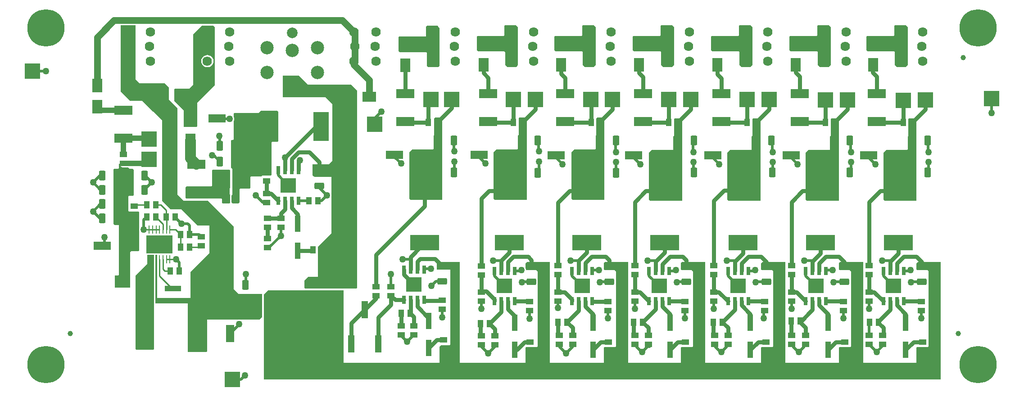
<source format=gtl>
G04 Layer_Physical_Order=1*
G04 Layer_Color=255*
%FSLAX44Y44*%
%MOMM*%
G71*
G01*
G75*
G04:AMPARAMS|DCode=10|XSize=1.397mm|YSize=1.0922mm|CornerRadius=0.2021mm|HoleSize=0mm|Usage=FLASHONLY|Rotation=0.000|XOffset=0mm|YOffset=0mm|HoleType=Round|Shape=RoundedRectangle|*
%AMROUNDEDRECTD10*
21,1,1.3970,0.6881,0,0,0.0*
21,1,0.9929,1.0922,0,0,0.0*
1,1,0.4041,0.4964,-0.3440*
1,1,0.4041,-0.4964,-0.3440*
1,1,0.4041,-0.4964,0.3440*
1,1,0.4041,0.4964,0.3440*
%
%ADD10ROUNDEDRECTD10*%
%ADD11R,1.9000X2.5000*%
%ADD12R,3.5000X1.7800*%
%ADD13R,3.0000X3.0000*%
%ADD14R,3.0000X3.0000*%
G04:AMPARAMS|DCode=15|XSize=1.397mm|YSize=1.0922mm|CornerRadius=0.2021mm|HoleSize=0mm|Usage=FLASHONLY|Rotation=270.000|XOffset=0mm|YOffset=0mm|HoleType=Round|Shape=RoundedRectangle|*
%AMROUNDEDRECTD15*
21,1,1.3970,0.6881,0,0,270.0*
21,1,0.9929,1.0922,0,0,270.0*
1,1,0.4041,-0.3440,-0.4964*
1,1,0.4041,-0.3440,0.4964*
1,1,0.4041,0.3440,0.4964*
1,1,0.4041,0.3440,-0.4964*
%
%ADD15ROUNDEDRECTD15*%
%ADD16R,3.0000X2.7000*%
%ADD17R,0.7600X1.5000*%
%ADD18R,3.2000X1.6000*%
%ADD19R,1.6000X3.2000*%
%ADD20R,5.4000X2.9000*%
%ADD21R,2.9000X5.4000*%
%ADD22R,1.0000X3.1500*%
%ADD23R,3.1500X1.0000*%
%ADD24R,2.5000X1.9000*%
G04:AMPARAMS|DCode=25|XSize=1.8034mm|YSize=1.1938mm|CornerRadius=0.2029mm|HoleSize=0mm|Usage=FLASHONLY|Rotation=90.000|XOffset=0mm|YOffset=0mm|HoleType=Round|Shape=RoundedRectangle|*
%AMROUNDEDRECTD25*
21,1,1.8034,0.7879,0,0,90.0*
21,1,1.3975,1.1938,0,0,90.0*
1,1,0.4059,0.3940,0.6987*
1,1,0.4059,0.3940,-0.6987*
1,1,0.4059,-0.3940,-0.6987*
1,1,0.4059,-0.3940,0.6987*
%
%ADD25ROUNDEDRECTD25*%
G04:AMPARAMS|DCode=26|XSize=1.8034mm|YSize=1.1938mm|CornerRadius=0.2029mm|HoleSize=0mm|Usage=FLASHONLY|Rotation=0.000|XOffset=0mm|YOffset=0mm|HoleType=Round|Shape=RoundedRectangle|*
%AMROUNDEDRECTD26*
21,1,1.8034,0.7879,0,0,0.0*
21,1,1.3975,1.1938,0,0,0.0*
1,1,0.4059,0.6987,-0.3940*
1,1,0.4059,-0.6987,-0.3940*
1,1,0.4059,-0.6987,0.3940*
1,1,0.4059,0.6987,0.3940*
%
%ADD26ROUNDEDRECTD26*%
%ADD27R,0.2500X1.5500*%
%ADD28O,0.2500X1.5500*%
%ADD29R,5.0000X3.4000*%
%ADD30R,4.8000X4.3000*%
%ADD31R,1.3000X1.6000*%
%ADD32R,4.3000X4.8000*%
%ADD33R,1.6000X1.3000*%
%ADD34R,1.1900X3.3000*%
%ADD35C,0.5080*%
%ADD36C,0.2540*%
%ADD37C,0.7620*%
%ADD38C,2.0320*%
%ADD39C,1.2700*%
%ADD40C,1.0160*%
%ADD41C,1.7800*%
%ADD42C,7.0000*%
%ADD43C,1.0000*%
%ADD44C,2.0000*%
%ADD45C,2.5000*%
%ADD46C,1.2700*%
%ADD47C,0.6000*%
G36*
X1750060Y1249680D02*
X1752600Y1247140D01*
Y1202690D01*
Y1176020D01*
X1751330Y1174750D01*
X1748790Y1172210D01*
X1732280D01*
X1728470Y1176020D01*
Y1200150D01*
X1727200Y1201420D01*
X1677670D01*
X1675130Y1203960D01*
Y1229360D01*
X1676400Y1230630D01*
X1725930D01*
X1727200Y1231900D01*
Y1249680D01*
X1728470Y1250950D01*
X1748790D01*
X1750060Y1249680D01*
D02*
G37*
G36*
X1605280D02*
X1607820Y1247140D01*
Y1202690D01*
Y1176020D01*
X1606550Y1174750D01*
X1604010Y1172210D01*
X1587500D01*
X1583690Y1176020D01*
Y1200150D01*
X1582420Y1201420D01*
X1532890D01*
X1530350Y1203960D01*
Y1229360D01*
X1531620Y1230630D01*
X1581150D01*
X1582420Y1231900D01*
Y1249680D01*
X1583690Y1250950D01*
X1604010D01*
X1605280Y1249680D01*
D02*
G37*
G36*
X1457960D02*
X1460500Y1247140D01*
Y1202690D01*
Y1176020D01*
X1459230Y1174750D01*
X1456690Y1172210D01*
X1440180D01*
X1436370Y1176020D01*
Y1200150D01*
X1435100Y1201420D01*
X1385570D01*
X1383030Y1203960D01*
Y1229360D01*
X1384300Y1230630D01*
X1433830D01*
X1435100Y1231900D01*
Y1249680D01*
X1436370Y1250950D01*
X1456690D01*
X1457960Y1249680D01*
D02*
G37*
G36*
X1310640D02*
X1313180Y1247140D01*
Y1202690D01*
Y1176020D01*
X1311910Y1174750D01*
X1309370Y1172210D01*
X1292860D01*
X1289050Y1176020D01*
Y1200150D01*
X1287780Y1201420D01*
X1238250D01*
X1235710Y1203960D01*
Y1229360D01*
X1236980Y1230630D01*
X1286510D01*
X1287780Y1231900D01*
Y1249680D01*
X1289050Y1250950D01*
X1309370D01*
X1310640Y1249680D01*
D02*
G37*
G36*
X1163320D02*
X1165860Y1247140D01*
Y1202690D01*
Y1176020D01*
X1164590Y1174750D01*
X1162050Y1172210D01*
X1145540D01*
X1141730Y1176020D01*
Y1200150D01*
X1140460Y1201420D01*
X1090930D01*
X1088390Y1203960D01*
Y1229360D01*
X1089660Y1230630D01*
X1139190D01*
X1140460Y1231900D01*
Y1249680D01*
X1141730Y1250950D01*
X1162050D01*
X1163320Y1249680D01*
D02*
G37*
G36*
X1017270D02*
X1019810Y1247140D01*
Y1202690D01*
Y1176020D01*
X1018540Y1174750D01*
X1016000Y1172210D01*
X999490D01*
X995680Y1176020D01*
Y1200150D01*
X994410Y1201420D01*
X944880D01*
X942340Y1203960D01*
Y1229360D01*
X943610Y1230630D01*
X993140D01*
X994410Y1231900D01*
Y1249680D01*
X995680Y1250950D01*
X1016000D01*
X1017270Y1249680D01*
D02*
G37*
G36*
X869950Y1248410D02*
X872490Y1245870D01*
Y1201420D01*
Y1174750D01*
X871220Y1173480D01*
X869950Y1172210D01*
X850900D01*
X848360Y1174750D01*
Y1198880D01*
X847090Y1200150D01*
X797560D01*
X795020Y1202690D01*
Y1228090D01*
X796290Y1229360D01*
X845820D01*
X847090Y1230630D01*
Y1248410D01*
X848360Y1249680D01*
X868680D01*
X869950Y1248410D01*
D02*
G37*
G36*
X448310D02*
X449580Y1247140D01*
Y1162050D01*
Y1137920D01*
X433070Y1121410D01*
X416560Y1104900D01*
Y1060450D01*
X415290Y1059180D01*
X392430D01*
X391160Y1060450D01*
Y1090930D01*
X373380Y1108710D01*
Y1130300D01*
X374650Y1131570D01*
X401320D01*
X408940Y1139190D01*
Y1233170D01*
X425450Y1249680D01*
X447040D01*
X448310Y1248410D01*
D02*
G37*
G36*
X1179830Y1076960D02*
X1182370Y1074420D01*
X1182370Y1009650D01*
X1182370Y981710D01*
Y922020D01*
X1122680Y922020D01*
X1120140Y924560D01*
X1120140Y1012190D01*
X1125220Y1017270D01*
X1164590Y1017270D01*
X1165860Y1018540D01*
X1165860Y1043042D01*
X1166758Y1043940D01*
X1167130D01*
X1167130Y1075690D01*
X1168400Y1076960D01*
X1179830Y1076960D01*
D02*
G37*
G36*
X1033780Y1076960D02*
X1036320Y1074420D01*
X1036320Y1009650D01*
X1036320Y981710D01*
Y922020D01*
X976630Y922020D01*
X974090Y924560D01*
X974090Y1012190D01*
X979170Y1017270D01*
X1018540Y1017270D01*
X1019810Y1018540D01*
X1019810Y1043042D01*
X1020708Y1043940D01*
X1021080D01*
X1021080Y1075690D01*
X1022350Y1076960D01*
X1033780Y1076960D01*
D02*
G37*
G36*
X875030D02*
X877570Y1074420D01*
X877570Y1009650D01*
X877570Y981710D01*
Y922020D01*
X817880Y922020D01*
X815340Y924560D01*
X815340Y1012190D01*
X820420Y1017270D01*
X859790Y1017270D01*
X861060Y1018540D01*
X861060Y1043042D01*
X861958Y1043940D01*
X862330D01*
X862330Y1075690D01*
X863600Y1076960D01*
X875030Y1076960D01*
D02*
G37*
G36*
X1766570Y1075690D02*
X1769110Y1073150D01*
X1769110Y1008380D01*
X1769110Y980440D01*
Y920750D01*
X1709420Y920750D01*
X1706880Y923290D01*
X1706880Y1010920D01*
X1711960Y1016000D01*
X1751330Y1016000D01*
X1752600Y1017270D01*
X1752600Y1041772D01*
X1753498Y1042670D01*
X1753870D01*
X1753870Y1074420D01*
X1755140Y1075690D01*
X1766570Y1075690D01*
D02*
G37*
G36*
X1620520D02*
X1623060Y1073150D01*
X1623060Y1008380D01*
X1623060Y980440D01*
Y920750D01*
X1563370Y920750D01*
X1560830Y923290D01*
X1560830Y1010920D01*
X1565910Y1016000D01*
X1605280Y1016000D01*
X1606550Y1017270D01*
X1606550Y1041772D01*
X1607448Y1042670D01*
X1607820D01*
X1607820Y1074420D01*
X1609090Y1075690D01*
X1620520Y1075690D01*
D02*
G37*
G36*
X1473200D02*
X1475740Y1073150D01*
X1475740Y1008380D01*
X1475740Y980440D01*
Y920750D01*
X1416050Y920750D01*
X1413510Y923290D01*
X1413510Y1010920D01*
X1418590Y1016000D01*
X1457960Y1016000D01*
X1459230Y1017270D01*
X1459230Y1041772D01*
X1460128Y1042670D01*
X1460500D01*
X1460500Y1074420D01*
X1461770Y1075690D01*
X1473200Y1075690D01*
D02*
G37*
G36*
X1325880D02*
X1328420Y1073150D01*
X1328420Y1008380D01*
X1328420Y980440D01*
Y920750D01*
X1268730Y920750D01*
X1266190Y923290D01*
X1266190Y1010920D01*
X1271270Y1016000D01*
X1310640Y1016000D01*
X1311910Y1017270D01*
X1311910Y1041772D01*
X1312808Y1042670D01*
X1313180D01*
X1313180Y1074420D01*
X1314450Y1075690D01*
X1325880Y1075690D01*
D02*
G37*
G36*
X568960Y1088390D02*
Y1032510D01*
X567690Y1031240D01*
X557530D01*
X556260Y1029970D01*
Y969010D01*
X554990Y967740D01*
X538480D01*
X537210Y966470D01*
X518160D01*
X516890Y965200D01*
Y944880D01*
X515620Y943610D01*
X497840D01*
X496570Y942340D01*
Y918210D01*
X494030Y915670D01*
X483870D01*
X481330Y918210D01*
Y930910D01*
X482600Y932180D01*
Y933450D01*
Y980440D01*
X480060Y982980D01*
Y1033780D01*
X481330Y1035050D01*
X483870D01*
X485140Y1036320D01*
Y1069747D01*
X485285Y1069937D01*
X486181Y1072099D01*
X486487Y1074420D01*
X486181Y1076741D01*
X485285Y1078903D01*
X485140Y1079093D01*
Y1084580D01*
X486410Y1085850D01*
X532130D01*
X534670Y1088390D01*
X535940Y1089660D01*
X567690D01*
X568960Y1088390D01*
D02*
G37*
G36*
X478790Y977900D02*
Y944880D01*
X477520Y943610D01*
Y933450D01*
X478790Y932180D01*
Y931160D01*
X478740Y930910D01*
Y918210D01*
X478790Y917960D01*
Y916940D01*
X477520Y915670D01*
X464820D01*
X463550Y916940D01*
Y923290D01*
X462280Y924560D01*
X396240D01*
X394970Y925830D01*
Y946150D01*
X396240Y947420D01*
X443230D01*
X444500Y948690D01*
Y977900D01*
X445770Y979170D01*
X477520D01*
X478790Y977900D01*
D02*
G37*
G36*
X624840Y1139190D02*
X706120D01*
X717550Y1127760D01*
Y756920D01*
X716280Y755650D01*
X619760D01*
X618490Y756920D01*
Y770890D01*
X624840Y777240D01*
X643890Y777240D01*
X643890Y834390D01*
X669290Y859790D01*
X669290Y965200D01*
X637540D01*
X636270Y966470D01*
X633730Y969010D01*
Y989330D01*
X664210D01*
X670560Y995680D01*
Y996950D01*
X670560Y1102360D01*
X657860Y1115060D01*
X577850Y1115060D01*
Y1155700D01*
X608330D01*
X624840Y1139190D01*
D02*
G37*
G36*
X270706Y988992D02*
X271474Y987138D01*
X272695Y985546D01*
X274287Y984325D01*
X276141Y983557D01*
X278130Y983295D01*
X287020D01*
Y982980D01*
X289560Y980440D01*
X295910D01*
X297180Y979170D01*
Y977900D01*
Y930910D01*
X295910Y929640D01*
X288290D01*
X287020Y928370D01*
Y901700D01*
X288290Y900430D01*
X306070D01*
X307340Y899160D01*
Y826770D01*
X306070Y825500D01*
X292100D01*
X290830Y824230D01*
Y758190D01*
X289560Y756920D01*
X261620D01*
Y779780D01*
X267970D01*
X269240Y781050D01*
Y875030D01*
X261620D01*
X259080Y877570D01*
Y979170D01*
X260350Y980440D01*
X267970D01*
X269240Y981710D01*
Y990398D01*
X270510Y990481D01*
X270706Y988992D01*
D02*
G37*
G36*
X300990Y1149350D02*
X308610Y1141730D01*
X355600D01*
X363220Y1134110D01*
Y1111250D01*
X364490Y1109980D01*
X379730Y1094740D01*
Y932180D01*
X391160Y920750D01*
X436880D01*
X441960Y915670D01*
X485140Y872490D01*
Y754380D01*
X494030Y745490D01*
X538480D01*
Y702310D01*
X533400Y697230D01*
X495883D01*
X495300Y697307D01*
X494717Y697230D01*
X435610D01*
Y637540D01*
X434340Y636270D01*
X398780D01*
Y698500D01*
Y727710D01*
X337820D01*
Y737870D01*
Y818720D01*
X341630D01*
Y737870D01*
X403860D01*
Y786130D01*
X410210Y792480D01*
X439420Y821690D01*
X439420Y873760D01*
X417830Y873760D01*
X387350Y904240D01*
X367030D01*
X365760Y905510D01*
X350520Y920750D01*
Y985520D01*
Y1071880D01*
X334010Y1088390D01*
X313690Y1108710D01*
X290830D01*
X273050Y1126490D01*
Y1250873D01*
X300990D01*
Y1149350D01*
D02*
G37*
G36*
X335230Y737870D02*
Y727710D01*
X335280Y727460D01*
Y641350D01*
X334010Y640080D01*
X302260D01*
X300990Y641350D01*
Y779780D01*
X322580Y801370D01*
Y818720D01*
X335230D01*
Y737870D01*
D02*
G37*
G36*
X1079500Y615950D02*
X1033780D01*
Y642620D01*
Y643890D01*
X1035050Y645160D01*
X1055370D01*
X1056640Y646430D01*
Y762814D01*
X1056857Y763903D01*
Y771781D01*
X1056640Y772870D01*
Y787400D01*
X1055370Y788670D01*
X1054100Y789940D01*
X1035127D01*
X1034821Y792261D01*
X1033925Y794423D01*
X1033780Y794613D01*
Y801370D01*
Y802640D01*
X1035050Y803910D01*
X1036320Y805180D01*
X1079500D01*
Y615950D01*
D02*
G37*
G36*
X1814830Y615950D02*
X1814830D01*
X1814830Y584200D01*
X711200Y584200D01*
X542290D01*
Y701040D01*
Y744220D01*
X544830Y746760D01*
X549910Y751840D01*
X692150D01*
Y615950D01*
X872490D01*
X872490Y646430D01*
X875030Y648970D01*
X891540Y648970D01*
X892810Y650240D01*
X892810Y760730D01*
X892810Y791210D01*
X867410Y791210D01*
Y805180D01*
X910590Y805180D01*
X910590Y615950D01*
X1181100D01*
X1181100Y642848D01*
Y644118D01*
X1182370Y645388D01*
X1202690D01*
X1203960Y646658D01*
Y787628D01*
X1202690Y788898D01*
X1201420Y790168D01*
X1182370D01*
X1181100Y791438D01*
Y801598D01*
Y802868D01*
X1182370Y804138D01*
X1183640Y805408D01*
X1226820D01*
X1226820Y615950D01*
X1325880D01*
X1325880Y642848D01*
Y644118D01*
X1327150Y645388D01*
X1347470D01*
X1348740Y646658D01*
Y787628D01*
X1347470Y788898D01*
X1346200Y790168D01*
X1327150D01*
X1325880Y791438D01*
Y801598D01*
Y802868D01*
X1327150Y804138D01*
X1328420Y805408D01*
X1371600D01*
X1371600Y615950D01*
X1477010D01*
X1477010Y642848D01*
Y644118D01*
X1478280Y645388D01*
X1498600D01*
X1499870Y646658D01*
Y787628D01*
X1498600Y788898D01*
X1497330Y790168D01*
X1478280D01*
X1477010Y791438D01*
Y801598D01*
Y802868D01*
X1478280Y804138D01*
X1479550Y805408D01*
X1522730D01*
X1522730Y615950D01*
X1623060D01*
X1623060Y642848D01*
Y644118D01*
X1624330Y645388D01*
X1644650D01*
X1645920Y646658D01*
Y787628D01*
X1644650Y788898D01*
X1643380Y790168D01*
X1624330D01*
X1623060Y791438D01*
Y801598D01*
Y802868D01*
X1624330Y804138D01*
X1625600Y805408D01*
X1668780D01*
X1668780Y615950D01*
X1769110D01*
X1769110Y642848D01*
Y644118D01*
X1770380Y645388D01*
X1790700D01*
X1791970Y646658D01*
Y787628D01*
X1790700Y788898D01*
X1789430Y790168D01*
X1770380D01*
X1769110Y791438D01*
Y801598D01*
Y802868D01*
X1770380Y804138D01*
X1771650Y805408D01*
X1814830D01*
X1814830Y615950D01*
D02*
G37*
%LPC*%
G36*
X435610Y1194789D02*
X432624Y1194396D01*
X429841Y1193243D01*
X427451Y1191409D01*
X425617Y1189019D01*
X424464Y1186236D01*
X424071Y1183250D01*
X424464Y1180264D01*
X425617Y1177481D01*
X427451Y1175091D01*
X429841Y1173257D01*
X432624Y1172104D01*
X435610Y1171711D01*
X438596Y1172104D01*
X441379Y1173257D01*
X443769Y1175091D01*
X445603Y1177481D01*
X446755Y1180264D01*
X447149Y1183250D01*
X446755Y1186236D01*
X445603Y1189019D01*
X443769Y1191409D01*
X441379Y1193243D01*
X438596Y1194396D01*
X435610Y1194789D01*
D02*
G37*
%LPD*%
D10*
X1680210Y731901D02*
D03*
Y748919D02*
D03*
X1778000Y731139D02*
D03*
Y714121D02*
D03*
X1780540Y654939D02*
D03*
Y637921D02*
D03*
X800100Y685419D02*
D03*
Y668401D02*
D03*
X781050Y759079D02*
D03*
Y742061D02*
D03*
X753110D02*
D03*
Y759079D02*
D03*
X880110Y658749D02*
D03*
Y641731D02*
D03*
X547370Y917321D02*
D03*
Y934339D02*
D03*
X548640Y832231D02*
D03*
Y849249D02*
D03*
X547370Y957961D02*
D03*
Y974979D02*
D03*
X1094740Y731901D02*
D03*
Y748919D02*
D03*
X1097280Y650621D02*
D03*
Y667639D02*
D03*
X1094740Y781431D02*
D03*
Y798449D02*
D03*
X1189990Y637921D02*
D03*
Y654939D02*
D03*
X951230Y731901D02*
D03*
Y748919D02*
D03*
Y649351D02*
D03*
Y666369D02*
D03*
Y781050D02*
D03*
Y798068D02*
D03*
X1042670Y637921D02*
D03*
Y654939D02*
D03*
X1680210Y650621D02*
D03*
Y667639D02*
D03*
Y781431D02*
D03*
Y798449D02*
D03*
X1534160Y731901D02*
D03*
Y748919D02*
D03*
Y650621D02*
D03*
Y667639D02*
D03*
Y781431D02*
D03*
Y798449D02*
D03*
X1634490Y654939D02*
D03*
Y637921D02*
D03*
X1388110Y731901D02*
D03*
Y748919D02*
D03*
X1389380Y650621D02*
D03*
Y667639D02*
D03*
X1388110Y781431D02*
D03*
Y798449D02*
D03*
X1485900Y654939D02*
D03*
Y637921D02*
D03*
X1239520Y731901D02*
D03*
Y748919D02*
D03*
Y650621D02*
D03*
Y667639D02*
D03*
Y781431D02*
D03*
Y798449D02*
D03*
X1334770Y654939D02*
D03*
Y637921D02*
D03*
X298450Y910209D02*
D03*
Y893191D02*
D03*
X278130Y1007999D02*
D03*
Y990981D02*
D03*
X824230Y685419D02*
D03*
Y668401D02*
D03*
X877570Y733679D02*
D03*
Y716661D02*
D03*
X574040Y887349D02*
D03*
Y870331D02*
D03*
X548640Y887349D02*
D03*
Y870331D02*
D03*
X1122680Y667639D02*
D03*
Y650621D02*
D03*
X1188720Y731139D02*
D03*
Y714121D02*
D03*
X976630Y666369D02*
D03*
Y649351D02*
D03*
X1041400Y731139D02*
D03*
Y714121D02*
D03*
X1705610Y667639D02*
D03*
Y650621D02*
D03*
X1560830Y667639D02*
D03*
Y650621D02*
D03*
X1631950Y731139D02*
D03*
Y714121D02*
D03*
X1414780Y667639D02*
D03*
Y650621D02*
D03*
X1483360Y731139D02*
D03*
Y714121D02*
D03*
X1264920Y667639D02*
D03*
Y650621D02*
D03*
X1333500Y731139D02*
D03*
Y714121D02*
D03*
X424180Y836041D02*
D03*
Y853059D02*
D03*
D11*
X1394460Y1176340D02*
D03*
Y1216340D02*
D03*
X1541780Y1176340D02*
D03*
Y1216340D02*
D03*
X1687830Y1176340D02*
D03*
Y1216340D02*
D03*
X807720Y1175070D02*
D03*
Y1215070D02*
D03*
X403860Y1034100D02*
D03*
Y1074100D02*
D03*
X1101090Y1176340D02*
D03*
Y1216340D02*
D03*
X955040Y1176340D02*
D03*
Y1216340D02*
D03*
X1247140Y1176340D02*
D03*
Y1216340D02*
D03*
X228600Y1097600D02*
D03*
Y1137600D02*
D03*
D12*
X1694180Y1069860D02*
D03*
Y1122160D02*
D03*
X807720Y1069860D02*
D03*
Y1122160D02*
D03*
X415290Y936510D02*
D03*
Y988810D02*
D03*
X1108710Y1069860D02*
D03*
Y1122160D02*
D03*
X963930Y1069860D02*
D03*
Y1122160D02*
D03*
X1549400Y1069860D02*
D03*
Y1122160D02*
D03*
X1402080Y1069860D02*
D03*
Y1122160D02*
D03*
X1254760Y1069860D02*
D03*
Y1122160D02*
D03*
X278130Y1038110D02*
D03*
Y1090410D02*
D03*
D13*
X1785620Y1109980D02*
D03*
X895350Y1111250D02*
D03*
X1639570Y1109980D02*
D03*
X1450340Y1111250D02*
D03*
X1492250D02*
D03*
X1303020D02*
D03*
X1344930D02*
D03*
X482600Y584200D02*
D03*
X326390Y1036320D02*
D03*
Y998220D02*
D03*
X1910080Y1112520D02*
D03*
D14*
X1744091Y1109599D02*
D03*
X855980Y1111250D02*
D03*
X462280Y961390D02*
D03*
X499110D02*
D03*
X750570Y1064260D02*
D03*
X1156970Y1111250D02*
D03*
X1197610D02*
D03*
X1010920D02*
D03*
X1052830D02*
D03*
X106680Y1164590D02*
D03*
X1597660Y1109980D02*
D03*
D15*
X1550289Y694690D02*
D03*
X1533271D02*
D03*
X851281Y1068070D02*
D03*
X868299D02*
D03*
X471551Y924560D02*
D03*
X488569D02*
D03*
X651129Y828040D02*
D03*
X634111D02*
D03*
X1157351Y1068070D02*
D03*
X1174369D02*
D03*
X1011301D02*
D03*
X1028319D02*
D03*
X1744091D02*
D03*
X1761109D02*
D03*
X1598041D02*
D03*
X1615059D02*
D03*
X1450721D02*
D03*
X1467739D02*
D03*
X1303401D02*
D03*
X1320419D02*
D03*
X321691Y890270D02*
D03*
X338709D02*
D03*
X402209Y833120D02*
D03*
X385191D02*
D03*
X375539Y890270D02*
D03*
X358521D02*
D03*
X338709Y913130D02*
D03*
X321691D02*
D03*
X817499Y708660D02*
D03*
X800481D02*
D03*
X626491Y920750D02*
D03*
X643509D02*
D03*
X1112139Y692150D02*
D03*
X1095121D02*
D03*
X966089Y689610D02*
D03*
X949071D02*
D03*
X1697609Y692150D02*
D03*
X1680591D02*
D03*
X1404239D02*
D03*
X1387221D02*
D03*
X1254379D02*
D03*
X1237361D02*
D03*
X385191Y857250D02*
D03*
X402209D02*
D03*
X366141Y788670D02*
D03*
X383159D02*
D03*
D16*
X824230Y762710D02*
D03*
X588010Y949400D02*
D03*
X1140460Y760170D02*
D03*
X994410D02*
D03*
X1725930D02*
D03*
X1579880D02*
D03*
X1433830D02*
D03*
X1285240D02*
D03*
D17*
X805180Y734210D02*
D03*
X817880D02*
D03*
X830580D02*
D03*
X843280D02*
D03*
X805180Y791210D02*
D03*
X817880D02*
D03*
X830580D02*
D03*
X843280D02*
D03*
X607060Y977900D02*
D03*
X594360D02*
D03*
X581660D02*
D03*
X568960D02*
D03*
X607060Y920900D02*
D03*
X594360D02*
D03*
X581660D02*
D03*
X568960D02*
D03*
X1121410Y731670D02*
D03*
X1134110D02*
D03*
X1146810D02*
D03*
X1159510D02*
D03*
X1121410Y788670D02*
D03*
X1134110D02*
D03*
X1146810D02*
D03*
X1159510D02*
D03*
X1013460D02*
D03*
X1000760D02*
D03*
X988060D02*
D03*
X975360D02*
D03*
X1013460Y731670D02*
D03*
X1000760D02*
D03*
X988060D02*
D03*
X975360D02*
D03*
X1706880D02*
D03*
X1719580D02*
D03*
X1732280D02*
D03*
X1744980D02*
D03*
X1706880Y788670D02*
D03*
X1719580D02*
D03*
X1732280D02*
D03*
X1744980D02*
D03*
X1598930D02*
D03*
X1586230D02*
D03*
X1573530D02*
D03*
X1560830D02*
D03*
X1598930Y731670D02*
D03*
X1586230D02*
D03*
X1573530D02*
D03*
X1560830D02*
D03*
X1414780D02*
D03*
X1427480D02*
D03*
X1440180D02*
D03*
X1452880D02*
D03*
X1414780Y788670D02*
D03*
X1427480D02*
D03*
X1440180D02*
D03*
X1452880D02*
D03*
X1304290D02*
D03*
X1291590D02*
D03*
X1278890D02*
D03*
X1266190D02*
D03*
X1304290Y731670D02*
D03*
X1291590D02*
D03*
X1278890D02*
D03*
X1266190D02*
D03*
D18*
X787800Y1007110D02*
D03*
X837800D02*
D03*
X453790Y1075690D02*
D03*
X503790D02*
D03*
X1091330Y1005840D02*
D03*
X1141330D02*
D03*
X946550Y1007110D02*
D03*
X996550D02*
D03*
X1679340Y1005840D02*
D03*
X1729340D02*
D03*
X1533290D02*
D03*
X1583290D02*
D03*
X1385970D02*
D03*
X1435970D02*
D03*
X1237380D02*
D03*
X1287380D02*
D03*
X237890Y835660D02*
D03*
X287890D02*
D03*
D19*
X478790Y670960D02*
D03*
Y720960D02*
D03*
D20*
X844550Y938770D02*
D03*
Y841770D02*
D03*
X1149350Y938770D02*
D03*
Y841770D02*
D03*
X1003300Y938770D02*
D03*
Y841770D02*
D03*
X1734820Y938770D02*
D03*
Y841770D02*
D03*
X1588770Y938770D02*
D03*
Y841770D02*
D03*
X1442720Y938770D02*
D03*
Y841770D02*
D03*
X1295400Y938770D02*
D03*
Y841770D02*
D03*
D21*
X552210Y1060450D02*
D03*
X649210D02*
D03*
X318530Y669290D02*
D03*
X415530D02*
D03*
D22*
X852170Y644040D02*
D03*
Y694540D02*
D03*
X605790Y826920D02*
D03*
Y877420D02*
D03*
X1160780Y640230D02*
D03*
Y690730D02*
D03*
X1013460Y640230D02*
D03*
Y690730D02*
D03*
X1748790Y640230D02*
D03*
Y690730D02*
D03*
X1602740Y640230D02*
D03*
Y690730D02*
D03*
X1456690Y640230D02*
D03*
Y690730D02*
D03*
X1305560Y640230D02*
D03*
Y690730D02*
D03*
D23*
X421490Y755650D02*
D03*
X370990D02*
D03*
D24*
X700090Y1116330D02*
D03*
X740090D02*
D03*
X348300Y1120140D02*
D03*
X388300D02*
D03*
X315910Y768350D02*
D03*
X275910D02*
D03*
D25*
X899668Y974090D02*
D03*
X870712D02*
D03*
X899668Y1033780D02*
D03*
X870712D02*
D03*
X459232Y994410D02*
D03*
X488188D02*
D03*
X459232Y1023620D02*
D03*
X488188D02*
D03*
X1204468Y1033780D02*
D03*
X1175512D02*
D03*
X1204468Y972820D02*
D03*
X1175512D02*
D03*
X1057148D02*
D03*
X1028192D02*
D03*
X1057148Y1033780D02*
D03*
X1028192D02*
D03*
X1789938D02*
D03*
X1760982D02*
D03*
X1789938Y974090D02*
D03*
X1760982D02*
D03*
X1643888D02*
D03*
X1614932D02*
D03*
X1643888Y1033780D02*
D03*
X1614932D02*
D03*
X1496568D02*
D03*
X1467612D02*
D03*
X1497838Y974090D02*
D03*
X1468882D02*
D03*
X1350518D02*
D03*
X1321562D02*
D03*
X1350518Y1033780D02*
D03*
X1321562D02*
D03*
X507238Y762000D02*
D03*
X478282D02*
D03*
X318008Y967740D02*
D03*
X289052D02*
D03*
X318008Y941070D02*
D03*
X289052D02*
D03*
X238252Y967740D02*
D03*
X267208D02*
D03*
X238252Y941070D02*
D03*
X267208D02*
D03*
X238252Y914400D02*
D03*
X267208D02*
D03*
X238252Y887730D02*
D03*
X267208D02*
D03*
D26*
X877570Y769112D02*
D03*
Y798068D02*
D03*
X646430Y948182D02*
D03*
Y977138D02*
D03*
X1191260Y767842D02*
D03*
Y796798D02*
D03*
X1045210Y767842D02*
D03*
Y796798D02*
D03*
X1779270Y767842D02*
D03*
Y796798D02*
D03*
X1633220Y767842D02*
D03*
Y796798D02*
D03*
X1487170Y767842D02*
D03*
Y796798D02*
D03*
X1336040Y767842D02*
D03*
Y796798D02*
D03*
D27*
X326390Y810260D02*
D03*
D28*
X332890D02*
D03*
X339390D02*
D03*
X345890D02*
D03*
X352390D02*
D03*
X358890D02*
D03*
X365390D02*
D03*
X326390Y866260D02*
D03*
X332890D02*
D03*
X339390D02*
D03*
X345890D02*
D03*
X352390D02*
D03*
X358890D02*
D03*
X365390D02*
D03*
D29*
X345890Y838260D02*
D03*
D30*
X568960Y722630D02*
D03*
D31*
X531460Y712630D02*
D03*
Y732630D02*
D03*
D32*
X638810Y726440D02*
D03*
D33*
X628810Y763940D02*
D03*
X648810D02*
D03*
D34*
X706120Y651260D02*
D03*
X756920D02*
D03*
X731520Y715260D02*
D03*
D35*
X1680210Y667639D02*
Y691769D01*
X1791208Y1012952D02*
Y1032510D01*
X1791970Y973582D02*
Y993140D01*
X1679340Y1001630D02*
X1691640Y989330D01*
X1645158Y1012952D02*
Y1032510D01*
X1645920Y973582D02*
Y993140D01*
X1533290Y1001630D02*
X1545590Y989330D01*
X1497838Y1012952D02*
Y1032510D01*
X1498600Y973582D02*
Y993140D01*
X1385970Y1001630D02*
X1398270Y989330D01*
X1349248Y1012952D02*
Y1032510D01*
X1350010Y973582D02*
Y993140D01*
X1237380Y1001630D02*
X1249680Y989330D01*
X1203198Y1012952D02*
Y1032510D01*
X1203960Y973582D02*
Y993140D01*
X1091330Y1001630D02*
X1103630Y989330D01*
X1058418Y1014222D02*
Y1033780D01*
X1059180Y974852D02*
Y994410D01*
X946550Y1002900D02*
X958850Y990600D01*
X1024890Y788670D02*
X1026160Y789940D01*
X1013460Y788670D02*
X1024890D01*
X1159510D02*
X1160780Y789940D01*
X1172210D01*
X1756410Y788670D02*
X1757680Y789940D01*
X1744980Y788670D02*
X1756410D01*
X1598930D02*
X1600200Y789940D01*
X1611630D01*
X1464310Y788670D02*
X1465580Y789940D01*
X1452880Y788670D02*
X1464310D01*
X1315720D02*
X1316990Y789940D01*
X1304290Y788670D02*
X1315720D01*
X1706880Y779220D02*
Y788670D01*
Y779220D02*
X1725930Y760170D01*
X1560830Y779220D02*
Y788670D01*
Y779220D02*
X1579880Y760170D01*
X1414780Y779220D02*
Y788670D01*
Y779220D02*
X1433830Y760170D01*
X1266190Y779220D02*
Y788670D01*
Y779220D02*
X1285240Y760170D01*
X1121410Y779220D02*
Y788670D01*
Y779220D02*
X1140460Y760170D01*
X975360Y779220D02*
X994410Y760170D01*
X975360Y779220D02*
Y788670D01*
X781050Y759079D02*
Y782320D01*
X1631950Y699770D02*
Y709041D01*
X1628140Y712851D02*
X1631950Y709041D01*
X1705610Y647700D02*
Y650621D01*
X1694180Y636270D02*
X1705610Y647700D01*
X1680210Y650240D02*
X1694180Y636270D01*
X1680210Y650240D02*
Y650621D01*
X1774190Y712851D02*
X1778000Y709041D01*
Y699770D02*
Y709041D01*
X1759712Y767842D02*
X1776730D01*
X1680210Y717550D02*
Y729361D01*
X1613662Y767842D02*
X1630680D01*
X1534160Y717550D02*
Y729361D01*
X1536700Y646430D02*
X1546860Y636270D01*
X1548130D02*
X1558290Y646430D01*
X1467612Y767842D02*
X1484630D01*
X1388110Y717550D02*
Y729361D01*
X1482090Y699770D02*
Y712851D01*
X1390650Y646430D02*
X1400810Y636270D01*
X1402080D02*
X1412240Y646430D01*
X1188720Y699770D02*
Y712851D01*
X1187450Y714121D02*
X1188720Y712851D01*
X1094740Y718820D02*
Y729361D01*
X1097280Y731901D01*
X1263650Y646430D02*
X1267460D01*
X1253490Y636270D02*
X1263650Y646430D01*
X1252220Y636270D02*
X1253490D01*
X1242060Y646430D02*
X1252220Y636270D01*
X1333500Y699770D02*
Y712851D01*
X1332230Y714121D02*
X1333500Y712851D01*
X1239520Y717550D02*
Y729361D01*
X1242060Y731901D01*
X1319022Y767842D02*
X1336040D01*
X1097280Y646430D02*
X1109980Y633730D01*
X1122680Y646430D01*
X1174242Y767842D02*
X1191260D01*
X1041400Y698500D02*
Y714121D01*
X1027430Y767080D02*
X1028192Y767842D01*
X1045210D01*
X951230Y717550D02*
Y731901D01*
X976630Y646430D02*
Y649351D01*
X963930Y633730D02*
X976630Y646430D01*
X951230D02*
X963930Y633730D01*
X951230Y646430D02*
Y649351D01*
X824230Y668020D02*
Y668401D01*
X811530Y655320D02*
X824230Y668020D01*
X800100Y666750D02*
X811530Y655320D01*
X800100Y666750D02*
Y668401D01*
X877570Y701040D02*
Y716661D01*
X865632Y769112D02*
X877570D01*
X857250Y760730D02*
X865632Y769112D01*
X787800Y1002900D02*
X800100Y990600D01*
X787800Y1002900D02*
Y1007110D01*
X899668Y974090D02*
X900430Y974852D01*
Y994410D01*
X899668Y1014222D02*
X900430Y1013460D01*
X899668Y1014222D02*
Y1033780D01*
X750570Y1064260D02*
Y1075690D01*
X763270Y1088390D01*
X1910080Y1085850D02*
Y1112520D01*
X499110Y584200D02*
X506730Y591820D01*
X482600Y584200D02*
X499110D01*
X106680Y1164590D02*
X132080D01*
X455060Y1074420D02*
X477520D01*
X453790Y1075690D02*
X455060Y1074420D01*
X458470Y1042670D02*
X459232Y1041908D01*
Y1023620D02*
Y1041908D01*
X447802Y1005840D02*
X459232Y994410D01*
X444500Y1005840D02*
X447802D01*
X643509Y920750D02*
X650240D01*
X660400Y930910D01*
X646430Y944880D02*
X660400Y930910D01*
X646430Y944880D02*
Y948182D01*
X568960Y968450D02*
X588010Y949400D01*
X568960Y968450D02*
Y977900D01*
X540639Y917321D02*
X547370D01*
X527050Y930910D02*
X540639Y917321D01*
X626341Y920900D02*
X626491Y920750D01*
X607060Y920900D02*
X626341D01*
X548640Y832231D02*
X551561D01*
X574040Y854710D01*
Y870331D01*
X507238Y762000D02*
X508000Y762762D01*
Y782320D01*
X495300Y687470D02*
Y688340D01*
X478790Y670960D02*
X495300Y687470D01*
X316230Y866140D02*
Y884809D01*
X321691Y890270D01*
X237890Y835660D02*
X242570Y840340D01*
Y852170D01*
X233680Y887730D02*
X238252D01*
X220980Y900430D02*
X233680Y887730D01*
X220980Y900430D02*
X234950Y914400D01*
X238252D01*
X234950Y941070D02*
X238252D01*
X220980Y955040D02*
X234950Y941070D01*
X220980Y955040D02*
X233680Y967740D01*
X238252D01*
X318008Y941070D02*
Y941578D01*
X331470Y955040D01*
X318770Y967740D02*
X331470Y955040D01*
X318008Y967740D02*
X318770D01*
X383159Y788670D02*
Y804291D01*
X377190Y810260D02*
X383159Y804291D01*
X402209Y857250D02*
X402590Y857631D01*
Y873760D01*
X398780Y877570D02*
X402590Y873760D01*
X387350Y877570D02*
X398780D01*
X419989Y857250D02*
X424180Y853059D01*
X402209Y857250D02*
X419989D01*
X375539Y889381D02*
X387350Y877570D01*
X375539Y889381D02*
Y890270D01*
X1704340Y807720D02*
X1718310D01*
X1558290D02*
X1572260D01*
X1570990D02*
X1573530Y805180D01*
X1558290Y807720D02*
X1570990D01*
X1412240D02*
X1426210D01*
X1263650D02*
X1277620D01*
X1118870D02*
X1132840D01*
X972820D02*
X986790D01*
X843280Y791210D02*
X844550Y792480D01*
X855980D01*
X816610Y810260D02*
X817880Y808990D01*
X802640Y810260D02*
X816610D01*
D36*
X365390D02*
X377190D01*
X358890D02*
X365390D01*
X326270Y866140D02*
X326390Y866260D01*
X316230Y866140D02*
X326270D01*
X339390Y866260D02*
X345890D01*
X332890D02*
X339390D01*
X326390D02*
X332890D01*
X298450Y910209D02*
X301371Y913130D01*
X321691D01*
X358521Y890270D02*
Y902589D01*
X347980Y913130D02*
X358521Y902589D01*
X338709Y913130D02*
X347980D01*
X421259Y833120D02*
X424180Y836041D01*
X402209Y833120D02*
X421259D01*
X385191D02*
Y857250D01*
X376181Y866260D02*
X385191Y857250D01*
X365390Y866260D02*
X376181D01*
X338709Y890270D02*
X352390Y876589D01*
Y866260D02*
Y876589D01*
X358890Y866260D02*
Y889901D01*
X369570Y755650D02*
X370990D01*
X345890Y779330D02*
X369570Y755650D01*
X345890Y779330D02*
Y810260D01*
X355600Y788670D02*
X366141D01*
X352390Y791880D02*
X355600Y788670D01*
X352390Y791880D02*
Y810260D01*
D37*
X1719580Y788670D02*
Y806450D01*
X1734820Y821690D01*
Y841770D01*
X1573530Y806450D02*
X1588770Y821690D01*
Y841770D01*
X1586230Y788670D02*
Y802640D01*
X1598930Y815340D01*
X1573530Y788670D02*
Y805180D01*
X1442720Y821690D02*
Y841770D01*
X1427480Y806450D02*
X1442720Y821690D01*
X1427480Y788670D02*
Y806450D01*
X1440180Y802640D02*
X1452880Y815340D01*
X1440180Y788670D02*
Y802640D01*
X1295400Y822960D02*
Y841770D01*
X1278890Y806450D02*
X1295400Y822960D01*
X1278890Y788670D02*
Y806450D01*
X817880Y808990D02*
Y815100D01*
Y791210D02*
Y808990D01*
X1748790Y640230D02*
X1763499Y654939D01*
X1778000D01*
X1689631Y748919D02*
X1706880Y731670D01*
X1680210Y748919D02*
X1689631D01*
X1680210D02*
Y781431D01*
X1706880Y667639D02*
Y681609D01*
X1696339Y692150D02*
X1706880Y681609D01*
X1696339Y692150D02*
X1719580Y715391D01*
Y731670D01*
X1732280Y726440D02*
Y734210D01*
X1748790Y690730D02*
Y707390D01*
X1732280Y723900D02*
X1748790Y707390D01*
X1732280Y723900D02*
Y731670D01*
X1744980D02*
X1774929D01*
X1769110Y815340D02*
X1779270Y805180D01*
Y798068D02*
Y805180D01*
X1776730Y795528D02*
X1779270Y798068D01*
X1744980Y815340D02*
X1769110D01*
X1732280Y802640D02*
X1744980Y815340D01*
X1732280Y788670D02*
Y802640D01*
X1680210Y798449D02*
Y918210D01*
X1700770Y938770D01*
X1734820D01*
X1744091Y1068070D02*
Y1109599D01*
X1761109Y1068070D02*
X1785620Y1092581D01*
Y1109980D01*
X1694180Y1068070D02*
X1741031D01*
X1694180Y1122160D02*
Y1154430D01*
X1686560Y1162050D02*
X1694180Y1154430D01*
X1686560Y1162050D02*
Y1176340D01*
X1534160Y748919D02*
Y781431D01*
Y748919D02*
X1543581D01*
X1560830Y731670D01*
X1598930Y815340D02*
X1623060D01*
X1586230Y723900D02*
Y731670D01*
Y723900D02*
X1602740Y707390D01*
Y690730D02*
Y707390D01*
X1573530Y715391D02*
Y731670D01*
X1550289Y692150D02*
X1573530Y715391D01*
X1550289Y692150D02*
X1560830Y681609D01*
Y667639D02*
Y681609D01*
X1533271Y669798D02*
Y692150D01*
X1617449Y654939D02*
X1631950D01*
X1602740Y640230D02*
X1617449Y654939D01*
X1630680Y795528D02*
X1633220Y798068D01*
Y805180D01*
X1623060Y815340D02*
X1633220Y805180D01*
X1598930Y731670D02*
X1628879D01*
X1629410Y731139D01*
X1482829Y731670D02*
X1483360Y731139D01*
X1452880Y731670D02*
X1482829D01*
X1554720Y938770D02*
X1588770D01*
X1534160Y918210D02*
X1554720Y938770D01*
X1534160Y798449D02*
Y918210D01*
X1639570Y1092581D02*
Y1109980D01*
X1615059Y1068070D02*
X1639570Y1092581D01*
X1541780Y1162050D02*
Y1176340D01*
Y1162050D02*
X1549400Y1154430D01*
Y1122160D02*
Y1154430D01*
X1551190Y1068070D02*
X1598041D01*
Y1109599D01*
X1477010Y815340D02*
X1487170Y805180D01*
Y798068D02*
Y805180D01*
X1484630Y795528D02*
X1487170Y798068D01*
X1456690Y640230D02*
X1471399Y654939D01*
X1485900D01*
X1387221Y669798D02*
Y692150D01*
X1414780Y667639D02*
Y681609D01*
X1404239Y692150D02*
X1414780Y681609D01*
X1404239Y692150D02*
X1427480Y715391D01*
Y731670D01*
X1456690Y690730D02*
Y707390D01*
X1440180Y723900D02*
X1456690Y707390D01*
X1440180Y723900D02*
Y731670D01*
X1452880Y815340D02*
X1477010D01*
X1441690Y939800D02*
X1442720Y938770D01*
X1407160Y939800D02*
X1441690D01*
X1388110Y920750D02*
X1407160Y939800D01*
X1388110Y798449D02*
Y920750D01*
X1397531Y748919D02*
X1414780Y731670D01*
X1388110Y748919D02*
X1397531D01*
X1388110D02*
Y781431D01*
X1492250Y1092581D02*
Y1111250D01*
X1467739Y1068070D02*
X1492250Y1092581D01*
X1450721Y1068070D02*
Y1110869D01*
X1403870Y1068070D02*
X1450721D01*
X1394460Y1158240D02*
Y1176340D01*
Y1158240D02*
X1402080Y1150620D01*
Y1122160D02*
Y1150620D01*
X1040869Y731670D02*
X1041400Y731139D01*
X1013460Y731670D02*
X1040869D01*
X1013460Y640230D02*
X1017420D01*
X1032129Y654939D01*
X1042670D01*
X1000760Y716280D02*
Y731670D01*
Y716280D02*
X1013460Y703580D01*
Y690730D02*
Y703580D01*
X960501Y750189D02*
X975360Y735330D01*
Y731670D02*
Y735330D01*
X1017270Y835420D02*
X1022350Y840500D01*
X955040Y1160780D02*
Y1176340D01*
Y1160780D02*
X963930Y1151890D01*
Y1122160D02*
Y1151890D01*
X632991Y826920D02*
X634111Y828040D01*
X605790Y826920D02*
X632991D01*
X547370Y934339D02*
Y957961D01*
X555521Y934339D02*
X568960Y920900D01*
X547370Y934339D02*
X555521D01*
X548640Y849249D02*
Y870331D01*
Y887349D02*
X574040D01*
Y896620D01*
X581660Y904240D01*
Y920900D01*
X605790Y877420D02*
Y895350D01*
X594360Y906780D02*
X605790Y895350D01*
X594360Y906780D02*
Y920900D01*
X646430Y979170D02*
Y993140D01*
X627380Y1012190D02*
X646430Y993140D01*
X606880Y1012190D02*
X627380D01*
X594360Y999670D02*
X606880Y1012190D01*
X594360Y977900D02*
Y999670D01*
X607060Y977900D02*
Y994410D01*
X609600Y996950D01*
X640080Y1060450D02*
X649210D01*
X581660Y1002030D02*
X640080Y1060450D01*
X581660Y977900D02*
Y1002030D01*
X853440Y837960D02*
X857250Y841770D01*
X844700Y732790D02*
X874141D01*
X830580Y721360D02*
Y734210D01*
Y721360D02*
X852170Y699770D01*
Y694540D02*
Y699770D01*
Y644040D02*
X866879Y658749D01*
X880110D01*
X824230Y685419D02*
Y701929D01*
X817499Y708660D02*
X824230Y701929D01*
X817880Y709041D02*
Y734210D01*
X817499Y708660D02*
X817880Y709041D01*
X800100Y685419D02*
Y708279D01*
X800481Y708660D01*
X807720Y1128510D02*
Y1175070D01*
X805180Y781760D02*
Y791210D01*
Y781760D02*
X824230Y762710D01*
X817880Y815100D02*
X844550Y841770D01*
X753110Y759079D02*
Y819150D01*
X844550Y910590D01*
Y938770D01*
X850251Y945769D02*
X857250Y938770D01*
X753110Y736850D02*
Y742061D01*
X731520Y715260D02*
X753110Y736850D01*
X706120Y651260D02*
Y689860D01*
X731520Y715260D01*
X756920Y651260D02*
Y701040D01*
X781050Y725170D01*
Y742061D01*
X788901Y734210D01*
X805180D01*
X1028319Y1068070D02*
X1052830Y1092581D01*
Y1111250D01*
X1011301Y1068070D02*
Y1110869D01*
X1010920Y1111250D02*
X1011301Y1110869D01*
X965720Y1068070D02*
X1011301D01*
X963930Y1069860D02*
X965720Y1068070D01*
X868299D02*
X895350Y1095121D01*
Y1111250D01*
X851281Y1068070D02*
Y1105281D01*
X855980Y1109980D01*
X809510Y1068070D02*
X851281D01*
X807720Y1069860D02*
X809510Y1068070D01*
X988060Y788670D02*
Y807720D01*
X1003300Y822960D01*
Y841770D01*
X1000760Y788670D02*
Y805180D01*
X1045210Y796798D02*
Y808990D01*
X1000760Y805180D02*
X1010920Y815340D01*
X1038860D01*
X1045210Y808990D01*
X1173099Y1068070D02*
X1197610Y1092581D01*
Y1111250D01*
X1108710Y1122160D02*
Y1151890D01*
X1101090Y1159510D02*
X1108710Y1151890D01*
X1101090Y1159510D02*
Y1176340D01*
X951230Y748919D02*
Y750189D01*
Y781050D01*
Y750189D02*
X960501D01*
X951230Y798068D02*
Y924560D01*
X965440Y938770D01*
X1003300D01*
X988060Y711581D02*
Y731670D01*
X966089Y689610D02*
X988060Y711581D01*
X966089Y689610D02*
X976630Y679069D01*
Y666369D02*
Y679069D01*
X949071Y668528D02*
Y689610D01*
X1094740Y798449D02*
Y916940D01*
X1116570Y938770D01*
X1149350D01*
X1094740Y748919D02*
Y781431D01*
X830580Y791210D02*
Y806450D01*
X835660Y811530D01*
X864108D01*
X877570Y798068D01*
X1160041Y731139D02*
X1188720D01*
X1146810Y721360D02*
Y731670D01*
Y721360D02*
X1160780Y707390D01*
Y690730D02*
Y707390D01*
X1134110Y714121D02*
Y731670D01*
X1112139Y692150D02*
X1134110Y714121D01*
X1112139Y692150D02*
X1122680Y681609D01*
Y667639D02*
Y681609D01*
X1095121Y669798D02*
Y692150D01*
X1160780Y640230D02*
X1175489Y654939D01*
X1189990D01*
X1146810Y788670D02*
Y803910D01*
X1158240Y815340D01*
X1184910D01*
X1191260Y808990D01*
Y796798D02*
Y808990D01*
X1134110Y788670D02*
Y807720D01*
X1149350Y822960D01*
Y841770D01*
X1094740Y748919D02*
X1107821D01*
X1121410Y735330D01*
Y731670D02*
Y735330D01*
X1110500Y1068070D02*
X1156081D01*
X1157351D02*
Y1110869D01*
X1156970Y1111250D02*
X1157351Y1110869D01*
X1320419Y1068070D02*
X1344930Y1092581D01*
Y1111250D01*
X1254760Y1069860D02*
X1256550Y1068070D01*
X1303401D01*
Y1110869D01*
X1254760Y1122160D02*
Y1153160D01*
X1247140Y1160780D02*
X1254760Y1153160D01*
X1247140Y1160780D02*
Y1176340D01*
X1239520Y798449D02*
Y918210D01*
X1260080Y938770D01*
X1295400D01*
X1304290Y731670D02*
X1332969D01*
X1278890Y716661D02*
Y731670D01*
X1254379Y692150D02*
X1278890Y716661D01*
X1239520Y748919D02*
Y781431D01*
Y748919D02*
X1248941D01*
X1266190Y731670D01*
X1254379Y692150D02*
X1264920Y681609D01*
Y667639D02*
Y681609D01*
X1237361Y669798D02*
Y692150D01*
Y669798D02*
X1239520Y667639D01*
X1291590Y721360D02*
Y731670D01*
Y721360D02*
X1305560Y707390D01*
Y690730D02*
Y707390D01*
X1320269Y654939D02*
X1334770D01*
X1305560Y640230D02*
X1320269Y654939D01*
X1291590Y788670D02*
Y801370D01*
X1305560Y815340D01*
X1329690D01*
X1336040Y808990D01*
Y796798D02*
Y808990D01*
X1586230Y726440D02*
Y734210D01*
D38*
X403860Y1000240D02*
X415290Y988810D01*
X403860Y1000240D02*
Y1034100D01*
D39*
X740090Y1116330D02*
Y1147130D01*
X711200Y1176020D02*
X740090Y1147130D01*
X711200Y1176020D02*
Y1183250D01*
X713150Y1210750D02*
Y1236300D01*
Y1185200D02*
Y1210750D01*
X711200Y1238250D02*
X713150Y1236300D01*
X689610Y1259840D02*
X711200Y1238250D01*
Y1183250D02*
X713150Y1185200D01*
X260350Y1259840D02*
X689610D01*
X228600Y1228090D02*
X260350Y1259840D01*
X228600Y1137600D02*
Y1228090D01*
D40*
Y1097600D02*
X235790Y1090410D01*
X278130D01*
Y990981D02*
X319151D01*
X278130Y1038110D02*
X324600D01*
X278130Y1007999D02*
Y1038110D01*
D41*
X327020Y1210750D02*
D03*
X288970D02*
D03*
X287020Y1183250D02*
D03*
X329020D02*
D03*
Y1238250D02*
D03*
X287020D02*
D03*
X751200Y1210750D02*
D03*
X713150D02*
D03*
X711200Y1183250D02*
D03*
X753200D02*
D03*
Y1238250D02*
D03*
X711200D02*
D03*
X899790Y1210750D02*
D03*
X861740D02*
D03*
X859790Y1183250D02*
D03*
X901790D02*
D03*
Y1238250D02*
D03*
X859790D02*
D03*
X1778630Y1210750D02*
D03*
X1740580D02*
D03*
X1738630Y1183250D02*
D03*
X1780630D02*
D03*
Y1238250D02*
D03*
X1738630D02*
D03*
X1635120Y1210750D02*
D03*
X1597070D02*
D03*
X1595120Y1183250D02*
D03*
X1637120D02*
D03*
Y1238250D02*
D03*
X1595120D02*
D03*
X1487800Y1210750D02*
D03*
X1449750D02*
D03*
X1447800Y1183250D02*
D03*
X1489800D02*
D03*
Y1238250D02*
D03*
X1447800D02*
D03*
X1340480Y1210750D02*
D03*
X1302430D02*
D03*
X1300480Y1183250D02*
D03*
X1342480D02*
D03*
Y1238250D02*
D03*
X1300480D02*
D03*
X475610Y1210750D02*
D03*
X437560D02*
D03*
X435610Y1183250D02*
D03*
X477610D02*
D03*
Y1238250D02*
D03*
X435610D02*
D03*
X1193160Y1210750D02*
D03*
X1155110D02*
D03*
X1153160Y1183250D02*
D03*
X1195160D02*
D03*
Y1238250D02*
D03*
X1153160D02*
D03*
X1047110Y1210750D02*
D03*
X1009060D02*
D03*
X1007110Y1183250D02*
D03*
X1049110D02*
D03*
Y1238250D02*
D03*
X1007110D02*
D03*
D42*
X1884680Y612140D02*
D03*
X132080D02*
D03*
X1884680Y1245870D02*
D03*
X132080D02*
D03*
D43*
X177800Y670560D02*
D03*
X1847850D02*
D03*
X1856740Y1189990D02*
D03*
D44*
X595630Y1236150D02*
D03*
Y1143650D02*
D03*
D45*
Y1203650D02*
D03*
X643130Y1208650D02*
D03*
Y1161650D02*
D03*
X548130Y1208650D02*
D03*
Y1161650D02*
D03*
D46*
X1791970Y1012190D02*
D03*
Y993140D02*
D03*
X1691640Y989330D02*
D03*
X1645920Y1012190D02*
D03*
Y993140D02*
D03*
X1545590Y989330D02*
D03*
X1498600Y1012190D02*
D03*
Y993140D02*
D03*
X1398270Y989330D02*
D03*
X1350010Y1012190D02*
D03*
Y993140D02*
D03*
X1249680Y989330D02*
D03*
X1203960Y1012190D02*
D03*
Y993140D02*
D03*
X1103630Y989330D02*
D03*
X1059180Y1013460D02*
D03*
Y994410D02*
D03*
X958850Y990600D02*
D03*
X781050Y782320D02*
D03*
X1631950Y699770D02*
D03*
X1778000D02*
D03*
X1758950Y767080D02*
D03*
X1680210Y717550D02*
D03*
X1694180Y636270D02*
D03*
X1612900Y767080D02*
D03*
X1534160Y717550D02*
D03*
X1548130Y636270D02*
D03*
X1466850Y767080D02*
D03*
X1388110Y717550D02*
D03*
X1482090Y699770D02*
D03*
X1402080Y636270D02*
D03*
X1188720Y699770D02*
D03*
X1094740Y718820D02*
D03*
X1253490Y636270D02*
D03*
X1333500Y699770D02*
D03*
X1239520Y717550D02*
D03*
X1318260Y767080D02*
D03*
X1173480D02*
D03*
X1109980Y633730D02*
D03*
X1041400Y698500D02*
D03*
X963930Y633730D02*
D03*
X1027430Y767080D02*
D03*
X951230Y717550D02*
D03*
X811530Y655320D02*
D03*
X877570Y701040D02*
D03*
X857250Y760730D02*
D03*
X800100Y990600D02*
D03*
X900430Y994410D02*
D03*
Y1013460D02*
D03*
X763270Y1088390D02*
D03*
X1910080Y1085850D02*
D03*
X506730Y591820D02*
D03*
X132080Y1164590D02*
D03*
X477520Y1074420D02*
D03*
X444500Y1005840D02*
D03*
X458470Y1042670D02*
D03*
X660400Y930910D02*
D03*
X527050D02*
D03*
X574040Y854710D02*
D03*
X508000Y782320D02*
D03*
X495300Y688340D02*
D03*
X242570Y852170D02*
D03*
X220980Y900430D02*
D03*
Y955040D02*
D03*
X331470D02*
D03*
X377190Y810260D02*
D03*
X387350Y877570D02*
D03*
X316230Y866140D02*
D03*
X1704340Y807720D02*
D03*
X1757680Y789940D02*
D03*
X1558290Y807720D02*
D03*
X1611630Y789940D02*
D03*
X1412240Y807720D02*
D03*
X1465580Y789940D02*
D03*
X1263650Y807720D02*
D03*
X1316990Y789940D02*
D03*
X1118870Y807720D02*
D03*
X1172210Y789940D02*
D03*
X972820Y807720D02*
D03*
X1026160Y789940D02*
D03*
X855980Y792480D02*
D03*
X802640Y810260D02*
D03*
X609600Y996950D02*
D03*
X581660Y1002030D02*
D03*
D47*
X824230Y762710D02*
D03*
X834780Y773210D02*
D03*
Y752210D02*
D03*
X814030D02*
D03*
Y773210D02*
D03*
X577810Y959900D02*
D03*
Y938900D02*
D03*
X598560D02*
D03*
Y959900D02*
D03*
X588010Y949400D02*
D03*
X1140460Y760170D02*
D03*
X1151010Y770670D02*
D03*
Y749670D02*
D03*
X1130260D02*
D03*
Y770670D02*
D03*
X984210D02*
D03*
Y749670D02*
D03*
X1004960D02*
D03*
Y770670D02*
D03*
X994410Y760170D02*
D03*
X1725930D02*
D03*
X1736480Y770670D02*
D03*
Y749670D02*
D03*
X1715730D02*
D03*
Y770670D02*
D03*
X1569680D02*
D03*
Y749670D02*
D03*
X1590430D02*
D03*
Y770670D02*
D03*
X1579880Y760170D02*
D03*
X1433830D02*
D03*
X1444380Y770670D02*
D03*
Y749670D02*
D03*
X1423630D02*
D03*
Y770670D02*
D03*
X1275040D02*
D03*
Y749670D02*
D03*
X1295790D02*
D03*
Y770670D02*
D03*
X1285240Y760170D02*
D03*
X345890Y845760D02*
D03*
Y830760D02*
D03*
X330890Y845760D02*
D03*
Y830760D02*
D03*
X360890Y845760D02*
D03*
Y830760D02*
D03*
M02*

</source>
